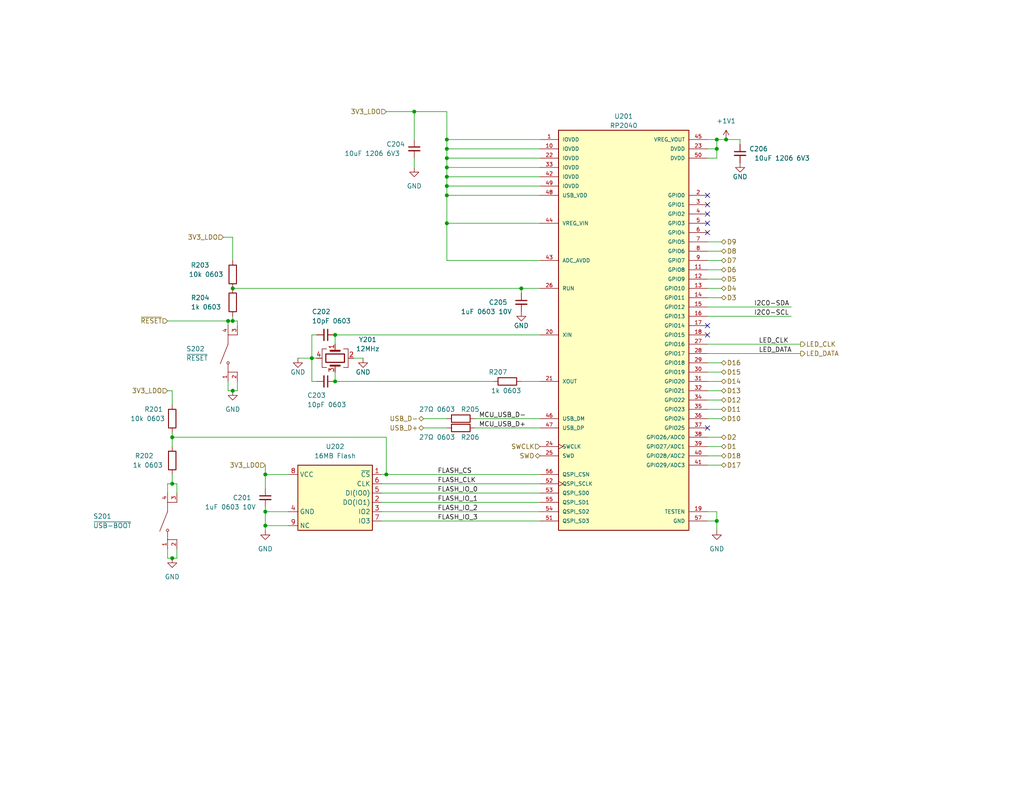
<source format=kicad_sch>
(kicad_sch (version 20230121) (generator eeschema)
  (paper "USLetter")
  (title_block (title "Raspberry Breadstick") (date "2024-02-10") (rev "1.0") (company "J & R Creative Technologies Inc.") (comment 1 "@RangenMichael") (comment 2 "https://twitter.com/RangenMichael") (comment 3 "Apache-2.0 License") (comment 4 "https://github.com/Breadstick-Innovations/Raspberry-Breadstick") (comment 5 "https://shop.breadstick.ca/"))
  (lib_symbols
    (symbol "Device:C_Small" (pin_numbers hide) (pin_names (offset 0.254) hide)
      (property "Reference" "C" (at 0.254 1.778 0))
      (property "Value" "C_Small" (at 0.254 -2.032 0))
      (symbol "C_Small_0_1"
        (polyline (pts (xy -1.524 -0.508) (xy 1.524 -0.508)) (stroke (width 0.3302)))
        (polyline (pts (xy -1.524 0.508) (xy 1.524 0.508)) (stroke (width 0.3048)))
      )
      (symbol "C_Small_1_1"
        (pin passive line (at 0 2.54 270) (length 2.032) (name "~") (number "1"))
        (pin passive line (at 0 -2.54 90) (length 2.032) (name "~") (number "2"))
      )
    )
    (symbol "Device:Crystal_GND24" (pin_names (offset 1.016) hide)
      (property "Reference" "Y" (at 3.175 5.08 0))
      (property "Value" "Crystal_GND24" (at 3.175 3.175 0))
      (symbol "Crystal_GND24_0_1"
        (rectangle (start -1.143 2.54) (end 1.143 -2.54) (stroke (width 0.3048)))
        (polyline (pts (xy -2.54 0) (xy -2.032 0)))
        (polyline (pts (xy -2.032 -1.27) (xy -2.032 1.27)) (stroke (width 0.508)))
        (polyline (pts (xy 0 -3.81) (xy 0 -3.556)))
        (polyline (pts (xy 0 3.556) (xy 0 3.81)))
        (polyline (pts (xy 2.032 -1.27) (xy 2.032 1.27)) (stroke (width 0.508)))
        (polyline (pts (xy 2.032 0) (xy 2.54 0)))
        (polyline (pts (xy -2.54 -2.286) (xy -2.54 -3.556) (xy 2.54 -3.556) (xy 2.54 -2.286)))
        (polyline (pts (xy -2.54 2.286) (xy -2.54 3.556) (xy 2.54 3.556) (xy 2.54 2.286)))
      )
      (symbol "Crystal_GND24_1_1"
        (pin passive line (at -3.81 0 0) (length 1.27) (name "1") (number "1"))
        (pin passive line (at 0 5.08 270) (length 1.27) (name "2") (number "2"))
        (pin passive line (at 3.81 0 180) (length 1.27) (name "3") (number "3"))
        (pin passive line (at 0 -5.08 90) (length 1.27) (name "4") (number "4"))
      )
    )
    (symbol "Device:R" (pin_numbers hide) (pin_names (offset 0))
      (property "Reference" "R" (at 2.032 0 90))
      (property "Value" "R" (at 0 0 90))
      (symbol "R_0_1"
        (rectangle (start -1.016 -2.54) (end 1.016 2.54) (stroke (width 0.254)))
      )
      (symbol "R_1_1"
        (pin passive line (at 0 3.81 270) (length 1.27) (name "~") (number "1"))
        (pin passive line (at 0 -3.81 90) (length 1.27) (name "~") (number "2"))
      )
    )
    (symbol "KMR731NGLFS:KMR731NGLFS" (pin_names (offset 1.016))
      (property "Reference" "S" (at -2.54 2.54 0))
      (property "Value" "KMR731NGLFS" (at -2.54 -6.35 0))
      (symbol "KMR731NGLFS_0_0"
        (polyline (pts (xy -2.54 0) (xy -5.08 0)) (stroke (width 0.1524)))
        (polyline (pts (xy -2.54 0) (xy 2.794 2.1336)) (stroke (width 0.1524)))
        (polyline (pts (xy 5.08 0) (xy 2.921 0)) (stroke (width 0.1524)))
        (circle (center 2.54 0) (radius 0.3302) (stroke (width 0.1524)))
        (pin passive line (at 7.62 0 180) (length 2.54) (name "~") (number "1"))
        (pin passive line (at 7.62 -2.54 180) (length 2.54) (name "~") (number "2"))
        (pin passive line (at -7.62 -2.54 0) (length 2.54) (name "~") (number "3"))
        (pin passive line (at -7.62 0 0) (length 2.54) (name "~") (number "4"))
      )
      (symbol "KMR731NGLFS_0_1"
        (polyline (pts (xy -5.08 -2.54) (xy -5.08 0)))
        (polyline (pts (xy 5.08 -2.54) (xy 5.08 0)))
      )
    )
    (symbol "RP2040_1" (pin_names (offset 1.016))
      (property "Reference" "U" (at -1.27 55.88 0))
      (property "Value" "RP2040_1" (at -3.81 53.34 0))
      (symbol "RP2040_1_0_0"
        (rectangle (start -17.78 53.34) (end 17.78 -55.88) (stroke (width 0.254)) (fill (type background)))
        (pin power_in line (at -22.86 50.8 0) (length 5.08) (name "IOVDD") (number "1"))
        (pin power_in line (at -22.86 48.26 0) (length 5.08) (name "IOVDD") (number "10"))
        (pin bidirectional line (at 22.86 15.24 180) (length 5.08) (name "GPIO8") (number "11"))
        (pin bidirectional line (at 22.86 12.7 180) (length 5.08) (name "GPIO9") (number "12"))
        (pin bidirectional line (at 22.86 10.16 180) (length 5.08) (name "GPIO10") (number "13"))
        (pin bidirectional line (at 22.86 7.62 180) (length 5.08) (name "GPIO11") (number "14"))
        (pin bidirectional line (at 22.86 5.08 180) (length 5.08) (name "GPIO12") (number "15"))
        (pin bidirectional line (at 22.86 2.54 180) (length 5.08) (name "GPIO13") (number "16"))
        (pin bidirectional line (at 22.86 0 180) (length 5.08) (name "GPIO14") (number "17"))
        (pin bidirectional line (at 22.86 -2.54 180) (length 5.08) (name "GPIO15") (number "18"))
        (pin passive line (at 22.86 -50.8 180) (length 5.08) (name "TESTEN") (number "19"))
        (pin bidirectional line (at 22.86 35.56 180) (length 5.08) (name "GPIO0") (number "2"))
        (pin input line (at -22.86 -2.54 0) (length 5.08) (name "XIN") (number "20"))
        (pin output line (at -22.86 -15.24 0) (length 5.08) (name "XOUT") (number "21"))
        (pin power_in line (at -22.86 45.72 0) (length 5.08) (name "IOVDD") (number "22"))
        (pin power_in line (at 22.86 48.26 180) (length 5.08) (name "DVDD") (number "23"))
        (pin input clock (at -22.86 -33.02 0) (length 5.08) (name "SWCLK") (number "24"))
        (pin bidirectional line (at -22.86 -35.56 0) (length 5.08) (name "SWD") (number "25"))
        (pin input line (at -22.86 10.16 0) (length 5.08) (name "RUN") (number "26"))
        (pin bidirectional line (at 22.86 -5.08 180) (length 5.08) (name "GPIO16") (number "27"))
        (pin bidirectional line (at 22.86 -7.62 180) (length 5.08) (name "GPIO17") (number "28"))
        (pin bidirectional line (at 22.86 -10.16 180) (length 5.08) (name "GPIO18") (number "29"))
        (pin bidirectional line (at 22.86 33.02 180) (length 5.08) (name "GPIO1") (number "3"))
        (pin bidirectional line (at 22.86 -12.7 180) (length 5.08) (name "GPIO19") (number "30"))
        (pin bidirectional line (at 22.86 -15.24 180) (length 5.08) (name "GPIO20") (number "31"))
        (pin bidirectional line (at 22.86 -17.78 180) (length 5.08) (name "GPIO21") (number "32"))
        (pin power_in line (at -22.86 43.18 0) (length 5.08) (name "IOVDD") (number "33"))
        (pin bidirectional line (at 22.86 -20.32 180) (length 5.08) (name "GPIO22") (number "34"))
        (pin bidirectional line (at 22.86 -22.86 180) (length 5.08) (name "GPIO23") (number "35"))
        (pin bidirectional line (at 22.86 -25.4 180) (length 5.08) (name "GPIO24") (number "36"))
        (pin bidirectional line (at 22.86 -27.94 180) (length 5.08) (name "GPIO25") (number "37"))
        (pin bidirectional line (at 22.86 -30.48 180) (length 5.08) (name "GPIO26/ADC0") (number "38"))
        (pin bidirectional line (at 22.86 -33.02 180) (length 5.08) (name "GPIO27/ADC1") (number "39"))
        (pin bidirectional line (at 22.86 30.48 180) (length 5.08) (name "GPIO2") (number "4"))
        (pin bidirectional line (at 22.86 -35.56 180) (length 5.08) (name "GPIO28/ADC2") (number "40"))
        (pin bidirectional line (at 22.86 -38.1 180) (length 5.08) (name "GPIO29/ADC3") (number "41"))
        (pin power_in line (at -22.86 40.64 0) (length 5.08) (name "IOVDD") (number "42"))
        (pin power_in line (at -22.86 17.78 0) (length 5.08) (name "ADC_AVDD") (number "43"))
        (pin input line (at -22.86 27.94 0) (length 5.08) (name "VREG_VIN") (number "44"))
        (pin output line (at 22.86 50.8 180) (length 5.08) (name "VREG_VOUT") (number "45"))
        (pin bidirectional line (at -22.86 -25.4 0) (length 5.08) (name "USB_DM") (number "46"))
        (pin bidirectional line (at -22.86 -27.94 0) (length 5.08) (name "USB_DP") (number "47"))
        (pin power_in line (at -22.86 35.56 0) (length 5.08) (name "USB_VDD") (number "48"))
        (pin power_in line (at -22.86 38.1 0) (length 5.08) (name "IOVDD") (number "49"))
        (pin bidirectional line (at 22.86 27.94 180) (length 5.08) (name "GPIO3") (number "5"))
        (pin power_in line (at 22.86 45.72 180) (length 5.08) (name "DVDD") (number "50"))
        (pin bidirectional line (at -22.86 -53.34 0) (length 5.08) (name "QSPI_SD3") (number "51"))
        (pin bidirectional clock (at -22.86 -43.18 0) (length 5.08) (name "QSPI_SCLK") (number "52"))
        (pin bidirectional line (at -22.86 -45.72 0) (length 5.08) (name "QSPI_SD0") (number "53"))
        (pin bidirectional line (at -22.86 -50.8 0) (length 5.08) (name "QSPI_SD2") (number "54"))
        (pin bidirectional line (at -22.86 -48.26 0) (length 5.08) (name "QSPI_SD1") (number "55"))
        (pin bidirectional line (at -22.86 -40.64 0) (length 5.08) (name "QSPI_CSN") (number "56"))
        (pin power_in line (at 22.86 -53.34 180) (length 5.08) (name "GND") (number "57"))
        (pin bidirectional line (at 22.86 25.4 180) (length 5.08) (name "GPIO4") (number "6"))
        (pin bidirectional line (at 22.86 22.86 180) (length 5.08) (name "GPIO5") (number "7"))
        (pin bidirectional line (at 22.86 20.32 180) (length 5.08) (name "GPIO6") (number "8"))
        (pin bidirectional line (at 22.86 17.78 180) (length 5.08) (name "GPIO7") (number "9"))
      )
    )
    (symbol "W25Q128JVS_1"
      (property "Reference" "U" (at -8.89 8.89 0))
      (property "Value" "W25Q128JVS_1" (at 7.62 8.89 0))
      (symbol "W25Q128JVS_1_0_1"
        (rectangle (start -8.89 8.89) (end 11.43 -8.89) (stroke (width 0.254)) (fill (type background)))
      )
      (symbol "W25Q128JVS_1_1_1"
        (pin input line (at 13.97 6.35 180) (length 2.54) (name "~{CS}") (number "1"))
        (pin bidirectional line (at 13.97 -1.27 180) (length 2.54) (name "DO(IO1)") (number "2"))
        (pin bidirectional line (at 13.97 -3.81 180) (length 2.54) (name "IO2") (number "3"))
        (pin power_in line (at -11.43 -3.81 0) (length 2.54) (name "GND") (number "4"))
        (pin bidirectional line (at 13.97 1.27 180) (length 2.54) (name "DI(IO0)") (number "5"))
        (pin input line (at 13.97 3.81 180) (length 2.54) (name "CLK") (number "6"))
        (pin bidirectional line (at 13.97 -6.35 180) (length 2.54) (name "IO3") (number "7"))
        (pin power_in line (at -11.43 6.35 0) (length 2.54) (name "VCC") (number "8"))
        (pin input line (at -11.43 -7.62 0) (length 2.54) (name "NC") (number "9"))
      )
    )
    (symbol "power:+1V1" (power) (pin_names (offset 0))
      (property "Value" "+1V1" (at 0 3.556 0))
      (symbol "+1V1_0_1"
        (polyline (pts (xy -0.762 1.27) (xy 0 2.54)))
        (polyline (pts (xy 0 0) (xy 0 2.54)))
        (polyline (pts (xy 0 2.54) (xy 0.762 1.27)))
      )
      (symbol "+1V1_1_1"
        (pin power_in line (at 0 0 90) (length 0) hide (name "+1V1") (number "1"))
      )
    )
    (symbol "power:GND" (power) (pin_names (offset 0))
      (property "Value" "GND" (at 0 -3.81 0))
      (symbol "GND_0_1"
        (polyline (pts (xy 0 0) (xy 0 -1.27) (xy 1.27 -1.27) (xy 0 -2.54) (xy -1.27 -1.27) (xy 0 -1.27)))
      )
      (symbol "GND_1_1"
        (pin power_in line (at 0 0 270) (length 0) hide (name "GND") (number "1"))
      )
    )
  )
  (junction (at 63.5 87.63))
  (junction (at 63.5 106.68))
  (junction (at 195.58 142.24))
  (junction (at 85.09 97.79))
  (junction (at 91.44 104.14))
  (junction (at 46.99 119.38))
  (junction (at 121.92 43.18))
  (junction (at 121.92 48.26))
  (junction (at 91.44 91.44))
  (junction (at 195.58 38.1))
  (junction (at 63.5 78.74))
  (junction (at 121.92 53.34))
  (junction (at 62.23 87.63))
  (junction (at 72.39 139.7))
  (junction (at 72.39 129.54))
  (junction (at 72.39 143.51))
  (junction (at 121.92 50.8))
  (junction (at 121.92 60.96))
  (junction (at 105.41 129.54))
  (junction (at 198.12 38.1))
  (junction (at 46.99 152.4))
  (junction (at 142.24 78.74))
  (junction (at 121.92 38.1))
  (junction (at 121.92 45.72))
  (junction (at 46.99 132.08))
  (junction (at 113.03 30.48))
  (junction (at 195.58 40.64))
  (junction (at 121.92 40.64))
  (no_connect (at 193.04 91.44))
  (no_connect (at 193.04 63.5))
  (no_connect (at 193.04 55.88))
  (no_connect (at 193.04 88.9))
  (no_connect (at 193.04 60.96))
  (no_connect (at 193.04 53.34))
  (no_connect (at 193.04 58.42))
  (no_connect (at 193.04 116.84))
  (wire (pts (xy 121.92 71.12) (xy 121.92 60.96)))
  (wire (pts (xy 45.72 106.68) (xy 46.99 106.68)))
  (wire (pts (xy 63.5 86.36) (xy 63.5 87.63)))
  (wire (pts (xy 193.04 66.04) (xy 196.85 66.04)))
  (wire (pts (xy 121.92 53.34) (xy 121.92 50.8)))
  (wire (pts (xy 46.99 119.38) (xy 46.99 121.92)))
  (wire (pts (xy 121.92 38.1) (xy 147.32 38.1)))
  (wire (pts (xy 121.92 40.64) (xy 121.92 38.1)))
  (wire (pts (xy 121.92 43.18) (xy 121.92 40.64)))
  (wire (pts (xy 62.23 106.68) (xy 63.5 106.68)))
  (wire (pts (xy 64.77 88.9) (xy 64.77 87.63)))
  (wire (pts (xy 193.04 76.2) (xy 196.85 76.2)))
  (wire (pts (xy 195.58 40.64) (xy 195.58 38.1)))
  (wire (pts (xy 193.04 68.58) (xy 196.85 68.58)))
  (wire (pts (xy 45.72 149.86) (xy 45.72 152.4)))
  (wire (pts (xy 147.32 114.3) (xy 129.54 114.3)))
  (wire (pts (xy 104.14 139.7) (xy 147.32 139.7)))
  (wire (pts (xy 121.92 71.12) (xy 147.32 71.12)))
  (wire (pts (xy 121.92 48.26) (xy 147.32 48.26)))
  (wire (pts (xy 121.92 50.8) (xy 147.32 50.8)))
  (wire (pts (xy 104.14 142.24) (xy 147.32 142.24)))
  (wire (pts (xy 113.03 30.48) (xy 105.41 30.48)))
  (wire (pts (xy 195.58 139.7) (xy 195.58 142.24)))
  (wire (pts (xy 105.41 129.54) (xy 147.32 129.54)))
  (wire (pts (xy 121.92 43.18) (xy 147.32 43.18)))
  (wire (pts (xy 121.92 116.84) (xy 115.57 116.84)))
  (wire (pts (xy 193.04 73.66) (xy 196.85 73.66)))
  (wire (pts (xy 85.09 104.14) (xy 86.36 104.14)))
  (wire (pts (xy 48.26 149.86) (xy 48.26 152.4)))
  (wire (pts (xy 63.5 78.74) (xy 142.24 78.74)))
  (wire (pts (xy 48.26 152.4) (xy 46.99 152.4)))
  (wire (pts (xy 86.36 91.44) (xy 85.09 91.44)))
  (wire (pts (xy 193.04 121.92) (xy 196.85 121.92)))
  (wire (pts (xy 48.26 134.62) (xy 48.26 132.08)))
  (wire (pts (xy 45.72 132.08) (xy 46.99 132.08)))
  (wire (pts (xy 63.5 71.12) (xy 63.5 64.77)))
  (wire (pts (xy 46.99 119.38) (xy 105.41 119.38)))
  (wire (pts (xy 193.04 43.18) (xy 195.58 43.18)))
  (wire (pts (xy 63.5 64.77) (xy 60.96 64.77)))
  (wire (pts (xy 72.39 133.35) (xy 72.39 129.54)))
  (wire (pts (xy 113.03 43.18) (xy 113.03 45.72)))
  (wire (pts (xy 193.04 101.6) (xy 196.85 101.6)))
  (wire (pts (xy 201.93 38.1) (xy 201.93 39.37)))
  (wire (pts (xy 91.44 91.44) (xy 147.32 91.44)))
  (wire (pts (xy 91.44 91.44) (xy 91.44 93.98)))
  (wire (pts (xy 193.04 83.82) (xy 215.9 83.82)))
  (wire (pts (xy 198.12 38.1) (xy 201.93 38.1)))
  (wire (pts (xy 104.14 129.54) (xy 105.41 129.54)))
  (wire (pts (xy 196.85 78.74) (xy 193.04 78.74)))
  (wire (pts (xy 46.99 132.08) (xy 48.26 132.08)))
  (wire (pts (xy 121.92 60.96) (xy 121.92 53.34)))
  (wire (pts (xy 193.04 99.06) (xy 196.85 99.06)))
  (wire (pts (xy 72.39 139.7) (xy 72.39 143.51)))
  (wire (pts (xy 193.04 71.12) (xy 196.85 71.12)))
  (wire (pts (xy 72.39 127) (xy 72.39 129.54)))
  (wire (pts (xy 193.04 104.14) (xy 196.85 104.14)))
  (wire (pts (xy 105.41 119.38) (xy 105.41 129.54)))
  (wire (pts (xy 195.58 43.18) (xy 195.58 40.64)))
  (wire (pts (xy 142.24 104.14) (xy 147.32 104.14)))
  (wire (pts (xy 121.92 30.48) (xy 113.03 30.48)))
  (wire (pts (xy 195.58 142.24) (xy 195.58 144.78)))
  (wire (pts (xy 86.36 97.79) (xy 85.09 97.79)))
  (wire (pts (xy 46.99 118.11) (xy 46.99 119.38)))
  (wire (pts (xy 193.04 40.64) (xy 195.58 40.64)))
  (wire (pts (xy 104.14 134.62) (xy 147.32 134.62)))
  (wire (pts (xy 121.92 60.96) (xy 147.32 60.96)))
  (wire (pts (xy 193.04 142.24) (xy 195.58 142.24)))
  (wire (pts (xy 193.04 124.46) (xy 196.85 124.46)))
  (wire (pts (xy 72.39 143.51) (xy 72.39 144.78)))
  (wire (pts (xy 72.39 138.43) (xy 72.39 139.7)))
  (wire (pts (xy 196.85 119.38) (xy 193.04 119.38)))
  (wire (pts (xy 46.99 106.68) (xy 46.99 110.49)))
  (wire (pts (xy 104.14 137.16) (xy 147.32 137.16)))
  (wire (pts (xy 193.04 109.22) (xy 196.85 109.22)))
  (wire (pts (xy 121.92 53.34) (xy 147.32 53.34)))
  (wire (pts (xy 62.23 104.14) (xy 62.23 106.68)))
  (wire (pts (xy 81.28 97.79) (xy 85.09 97.79)))
  (wire (pts (xy 193.04 114.3) (xy 196.85 114.3)))
  (wire (pts (xy 193.04 106.68) (xy 196.85 106.68)))
  (wire (pts (xy 113.03 30.48) (xy 113.03 38.1)))
  (wire (pts (xy 45.72 87.63) (xy 62.23 87.63)))
  (wire (pts (xy 72.39 143.51) (xy 78.74 143.51)))
  (wire (pts (xy 193.04 139.7) (xy 195.58 139.7)))
  (wire (pts (xy 142.24 80.01) (xy 142.24 78.74)))
  (wire (pts (xy 193.04 81.28) (xy 196.85 81.28)))
  (wire (pts (xy 63.5 87.63) (xy 62.23 87.63)))
  (wire (pts (xy 121.92 38.1) (xy 121.92 30.48)))
  (wire (pts (xy 121.92 40.64) (xy 147.32 40.64)))
  (wire (pts (xy 193.04 86.36) (xy 215.9 86.36)))
  (wire (pts (xy 64.77 87.63) (xy 63.5 87.63)))
  (wire (pts (xy 193.04 38.1) (xy 195.58 38.1)))
  (wire (pts (xy 62.23 88.9) (xy 62.23 87.63)))
  (wire (pts (xy 193.04 96.52) (xy 218.44 96.52)))
  (wire (pts (xy 193.04 111.76) (xy 196.85 111.76)))
  (wire (pts (xy 121.92 45.72) (xy 147.32 45.72)))
  (wire (pts (xy 46.99 129.54) (xy 46.99 132.08)))
  (wire (pts (xy 193.04 93.98) (xy 218.44 93.98)))
  (wire (pts (xy 193.04 127) (xy 196.85 127)))
  (wire (pts (xy 121.92 114.3) (xy 115.57 114.3)))
  (wire (pts (xy 142.24 78.74) (xy 147.32 78.74)))
  (wire (pts (xy 85.09 97.79) (xy 85.09 104.14)))
  (wire (pts (xy 147.32 116.84) (xy 129.54 116.84)))
  (wire (pts (xy 45.72 134.62) (xy 45.72 132.08)))
  (wire (pts (xy 195.58 38.1) (xy 198.12 38.1)))
  (wire (pts (xy 121.92 45.72) (xy 121.92 43.18)))
  (wire (pts (xy 121.92 50.8) (xy 121.92 48.26)))
  (wire (pts (xy 96.52 97.79) (xy 99.06 97.79)))
  (wire (pts (xy 64.77 106.68) (xy 63.5 106.68)))
  (wire (pts (xy 72.39 139.7) (xy 78.74 139.7)))
  (wire (pts (xy 121.92 48.26) (xy 121.92 45.72)))
  (wire (pts (xy 72.39 129.54) (xy 78.74 129.54)))
  (wire (pts (xy 85.09 91.44) (xy 85.09 97.79)))
  (wire (pts (xy 91.44 104.14) (xy 134.62 104.14)))
  (wire (pts (xy 91.44 101.6) (xy 91.44 104.14)))
  (wire (pts (xy 45.72 152.4) (xy 46.99 152.4)))
  (wire (pts (xy 104.14 132.08) (xy 147.32 132.08)))
  (wire (pts (xy 64.77 104.14) (xy 64.77 106.68)))
  (label "MCU_USB_D+" (at 143.51 116.84 180))
  (label "FLASH_IO_1" (at 119.38 137.16 0))
  (label "MCU_USB_D-" (at 143.51 114.3 180))
  (label "FLASH_CS" (at 119.38 129.54 0))
  (label "FLASH_IO_2" (at 119.38 139.7 0))
  (label "I2C0-SCL" (at 205.74 86.36 0))
  (label "I2C0-SDA" (at 205.74 83.82 0))
  (label "FLASH_CLK" (at 119.38 132.08 0))
  (label "FLASH_IO_0" (at 119.38 134.62 0))
  (label "FLASH_IO_3" (at 119.38 142.24 0))
  (label "LED_DATA" (at 207.01 96.52 0))
  (label "LED_CLK" (at 207.01 93.98 0))
  (hierarchical_label "3V3_LDO" (shape input) (at 45.72 106.68 180))
  (hierarchical_label "D5" (shape tri_state) (at 196.85 76.2 0))
  (hierarchical_label "D14" (shape tri_state) (at 196.85 104.14 0))
  (hierarchical_label "LED_DATA" (shape output) (at 218.44 96.52 0))
  (hierarchical_label "~{RESET}" (shape input) (at 45.72 87.63 180))
  (hierarchical_label "D15" (shape tri_state) (at 196.85 101.6 0))
  (hierarchical_label "SWCLK" (shape input) (at 147.32 121.92 180))
  (hierarchical_label "3V3_LDO" (shape input) (at 72.39 127 180))
  (hierarchical_label "3V3_LDO" (shape input) (at 105.41 30.48 180))
  (hierarchical_label "D8" (shape tri_state) (at 196.85 68.58 0))
  (hierarchical_label "D2" (shape tri_state) (at 196.85 119.38 0))
  (hierarchical_label "D9" (shape tri_state) (at 196.85 66.04 0))
  (hierarchical_label "USB_D-" (shape bidirectional) (at 115.57 114.3 180))
  (hierarchical_label "D4" (shape tri_state) (at 196.85 78.74 0))
  (hierarchical_label "D16" (shape tri_state) (at 196.85 99.06 0))
  (hierarchical_label "D18" (shape tri_state) (at 196.85 124.46 0))
  (hierarchical_label "USB_D+" (shape bidirectional) (at 115.57 116.84 180))
  (hierarchical_label "D6" (shape tri_state) (at 196.85 73.66 0))
  (hierarchical_label "D10" (shape tri_state) (at 196.85 114.3 0))
  (hierarchical_label "D7" (shape tri_state) (at 196.85 71.12 0))
  (hierarchical_label "D13" (shape tri_state) (at 196.85 106.68 0))
  (hierarchical_label "D12" (shape tri_state) (at 196.85 109.22 0))
  (hierarchical_label "D1" (shape tri_state) (at 196.85 121.92 0))
  (hierarchical_label "3V3_LDO" (shape input) (at 60.96 64.77 180))
  (hierarchical_label "D17" (shape tri_state) (at 196.85 127 0))
  (hierarchical_label "D3" (shape tri_state) (at 196.85 81.28 0))
  (hierarchical_label "SWD" (shape bidirectional) (at 147.32 124.46 180))
  (hierarchical_label "D11" (shape tri_state) (at 196.85 111.76 0))
  (hierarchical_label "LED_CLK" (shape output) (at 218.44 93.98 0))
  (symbol (lib_id "Device:R") (at 125.73 114.3 270) (unit 1)
    (property "Reference" "R205" (at 125.73 111.76 90) (effects (justify left)))
    (property "Value" "27Ω 0603" (at 114.3 111.76 90) (effects (justify left)))
    (property "Footprint" "Resistor_SMD:R_0603_1608Metric" (effects hide))
    (property "Digikey" "311-27GRCT-ND" (effects hide))
    (property "Manufacturer" "YAGEO" (effects hide))
    (property "Manufacturer_Part_Number" "RC0603JR-0727RL" (effects hide))
    (property "Mouser" "603-RC0603JR-0727RL" (effects hide))
    (property "Package" "0603" (effects hide))
  )
  (symbol (lib_id "power:GND") (at 113.03 45.72 0) (unit 1)
    (property "Reference" "#PWR0206" (effects hide))
    (property "Value" "GND" (at 113.03 50.8 0))
  )
  (symbol (lib_id "KMR731NGLFS:KMR731NGLFS") (at 45.72 142.24 90) (mirror x) (unit 1)
    (property "Reference" "S201" (at 25.4 140.9701 90) (effects (justify right)))
    (property "Value" "~{USB-BOOT}" (at 25.4 143.51 90) (effects (justify right)))
    (property "Footprint" "KMR731NGLFS:SW_KMR731NGLFS" (effects hide))
    (property "MF" "C&K" (effects hide))
    (property "MAXIMUM_PACKAGE_HEIGHT" "2.5 mm" (effects hide))
    (property "Package" "4.20mm x 2.80mm" (effects hide))
    (property "Check_prices" "https://www.snapeda.com/parts/KMR731NGLFS/C%2526K/view-part/?ref=eda" (effects hide))
    (property "STANDARD" "Manufacturer Recommendations" (effects hide))
    (property "PARTREV" "N/A" (effects hide))
    (property "SnapEDA_Link" "https://www.snapeda.com/parts/KMR731NGLFS/C%2526K/view-part/?ref=snap" (effects hide))
    (property "MP" "KMR731NGLFS" (effects hide))
    (property "Purchase-URL" "https://www.snapeda.com/api/url_track_click_mouser/?unipart_id=700258&manufacturer=C&amp;K&part_name=KMR731NGLFS&search_term=None" (effects hide))
    (property "Description" "\nTactile Switch SPST-NO Top Actuated Surface Mount\n" (effects hide))
    (property "MANUFACTURER" "C&K" (effects hide))
    (property "Digikey" "CKN10687CT-ND" (effects hide))
    (property "Manufacturer_Part_Number" "KMR731NG LFS" (effects hide))
    (property "Manufacturer" "C&K" (effects hide))
    (property "Mouser" "611-KMR731NGLFS" (effects hide))
  )
  (symbol (lib_id "power:GND") (at 63.5 106.68 0) (unit 1)
    (property "Reference" "#PWR0202" (effects hide))
    (property "Value" "GND" (at 63.5 111.76 0))
  )
  (symbol (lib_id "power:GND") (at 72.39 144.78 0) (mirror y) (unit 1)
    (property "Reference" "#PWR0203" (effects hide))
    (property "Value" "GND" (at 72.39 149.86 0))
  )
  (symbol (lib_id "power:GND") (at 201.93 44.45 0) (mirror y) (unit 1)
    (property "Reference" "#PWR0210" (effects hide))
    (property "Value" "GND" (at 201.93 48.26 0))
  )
  (symbol (lib_id "Device:C_Small") (at 113.03 40.64 0) (unit 1)
    (property "Reference" "C204" (at 105.41 39.37 0) (effects (justify left)))
    (property "Value" "10uF 1206 6V3" (at 93.98 41.91 0) (effects (justify left)))
    (property "Footprint" "Capacitor_SMD:C_1206_3216Metric" (effects hide))
    (property "Digikey" "1276-3107-1-ND" (effects hide))
    (property "Manufacturer" "Samsung Electro-Mechanics" (effects hide))
    (property "Manufacturer_Part_Number" "CL31B106KQHNFNE" (effects hide))
    (property "Mouser" "187-CL31B106KQHNFNE" (effects hide))
    (property "Package" "1206" (effects hide))
  )
  (symbol (lib_id "power:GND") (at 195.58 144.78 0) (unit 1)
    (property "Reference" "#PWR0208" (effects hide))
    (property "Value" "GND" (at 195.58 149.86 0))
  )
  (symbol (lib_id "KMR731NGLFS:KMR731NGLFS") (at 62.23 96.52 90) (mirror x) (unit 1)
    (property "Reference" "S202" (at 50.8 95.2501 90) (effects (justify right)))
    (property "Value" "~{RESET}" (at 50.8 97.79 90) (effects (justify right)))
    (property "Footprint" "KMR731NGLFS:SW_KMR731NGLFS" (effects hide))
    (property "MF" "C&K" (effects hide))
    (property "MAXIMUM_PACKAGE_HEIGHT" "2.5 mm" (effects hide))
    (property "Package" "4.20mm x 2.80mm" (effects hide))
    (property "Check_prices" "https://www.snapeda.com/parts/KMR731NGLFS/C%2526K/view-part/?ref=eda" (effects hide))
    (property "STANDARD" "Manufacturer Recommendations" (effects hide))
    (property "PARTREV" "N/A" (effects hide))
    (property "SnapEDA_Link" "https://www.snapeda.com/parts/KMR731NGLFS/C%2526K/view-part/?ref=snap" (effects hide))
    (property "MP" "KMR731NGLFS" (effects hide))
    (property "Purchase-URL" "https://www.snapeda.com/api/url_track_click_mouser/?unipart_id=700258&manufacturer=C&amp;K&part_name=KMR731NGLFS&search_term=None" (effects hide))
    (property "Description" "\nTactile Switch SPST-NO Top Actuated Surface Mount\n" (effects hide))
    (property "MANUFACTURER" "C&K" (effects hide))
    (property "Digikey" "CKN10687TR-ND" (effects hide))
    (property "Manufacturer_Part_Number" "KMR731NG LFS" (effects hide))
    (property "Manufacturer" "C&K" (effects hide))
    (property "Mouser" "611-KMR731NGLFS" (effects hide))
  )
  (symbol (lib_name "RP2040_1") (lib_id "RP2040:RP2040") (at 170.18 88.9 0) (unit 1)
    (property "Reference" "U201" (at 170.18 31.75 0))
    (property "Value" "RP2040" (at 170.18 34.29 0))
    (property "Footprint" "RP2040:QFN40P700X700X90-57N" (effects hide))
    (property "MAXIMUM_PACKAGE_HEIGHT" "0.9 mm" (effects hide))
    (property "MANUFACTURER" "Raspberry Pi" (effects hide))
    (property "PARTREV" "1.6.1" (effects hide))
    (property "STANDARD" "IPC 7351B" (effects hide))
    (property "JLCPCB P/N" "C2040" (effects hide))
    (property "Digikey" "2648-SC0914(7)TR-ND" (effects hide))
    (property "Manufacturer" "Raspberry Pi" (effects hide))
    (property "Manufacturer_Part_Number" "SC0914(7)" (effects hide))
    (property "Mouser" "358-SC09147" (effects hide))
    (property "Package" "56-QFN (7x7)" (effects hide))
    (property "LCSC" "C2040" (effects hide))
  )
  (symbol (lib_id "power:GND") (at 142.24 85.09 0) (unit 1)
    (property "Reference" "#PWR0207" (effects hide))
    (property "Value" "GND" (at 142.24 88.9 0))
  )
  (symbol (lib_id "power:GND") (at 99.06 97.79 0) (unit 1)
    (property "Reference" "#PWR0205" (effects hide))
    (property "Value" "GND" (at 99.06 101.6 0))
  )
  (symbol (lib_id "Device:C_Small") (at 88.9 91.44 270) (unit 1)
    (property "Reference" "C202" (at 85.09 85.09 90) (effects (justify left)))
    (property "Value" "10pF 0603" (at 85.09 87.63 90) (effects (justify left)))
    (property "Footprint" "Capacitor_SMD:C_0603_1608Metric" (effects hide))
    (property "Digikey" "1292-1471-1-ND" (effects hide))
    (property "Manufacturer" "Walsin Technology Corporation" (effects hide))
    (property "Manufacturer_Part_Number" "0603N100J500CT" (effects hide))
    (property "Mouser" "791-0603N100J500CT" (effects hide))
    (property "Package" "0603" (effects hide))
  )
  (symbol (lib_id "Device:R") (at 138.43 104.14 90) (mirror x) (unit 1)
    (property "Reference" "R207" (at 138.43 101.6 90) (effects (justify left)))
    (property "Value" "1k 0603" (at 142.24 106.68 90) (effects (justify left)))
    (property "Footprint" "Resistor_SMD:R_0603_1608Metric" (effects hide))
    (property "Digikey" "311-1.00KHRCT-ND" (effects hide))
    (property "Manufacturer" "YAGEO" (effects hide))
    (property "Manufacturer_Part_Number" "RC0603FR-071KL" (effects hide))
    (property "Mouser" "603-RC0603FR-071KL" (effects hide))
    (property "Package" "0603" (effects hide))
  )
  (symbol (lib_id "Device:Crystal_GND24") (at 91.44 97.79 270) (unit 1)
    (property "Reference" "Y201" (at 100.33 92.71 90))
    (property "Value" "12MHz" (at 100.33 95.25 90))
    (property "Footprint" "ECS-120-10-36Q-ES-TR:XTAL_ECS-120-10-36Q-ES-TR" (effects hide))
    (property "Digikey" "XC2180CT-ND" (effects hide))
    (property "Manufacturer" "ECS Inc." (effects hide))
    (property "Package" "4-SMD, No Lead (2.50mm x 2.00mm)" (effects hide))
    (property "Manufacturer_Part_Number" "ECS-120-10-36Q-ES-TR" (effects hide))
    (property "Mouser" "520-120-10-36Q-EST" (effects hide))
  )
  (symbol (lib_id "power:GND") (at 46.99 152.4 0) (unit 1)
    (property "Reference" "#PWR0201" (effects hide))
    (property "Value" "GND" (at 46.99 157.48 0))
  )
  (symbol (lib_id "Device:R") (at 46.99 125.73 180) (unit 1)
    (property "Reference" "R202" (at 41.91 124.46 0) (effects (justify left)))
    (property "Value" "1k 0603" (at 44.45 127 0) (effects (justify left)))
    (property "Footprint" "Resistor_SMD:R_0603_1608Metric" (effects hide))
    (property "Digikey" "311-1.00KHRCT-ND" (effects hide))
    (property "Manufacturer" "YAGEO" (effects hide))
    (property "Manufacturer_Part_Number" "RC0603FR-071KL" (effects hide))
    (property "Mouser" "603-RC0603FR-071KL" (effects hide))
    (property "Package" "0603" (effects hide))
  )
  (symbol (lib_id "Device:R") (at 125.73 116.84 270) (mirror x) (unit 1)
    (property "Reference" "R206" (at 125.73 119.38 90) (effects (justify left)))
    (property "Value" "27Ω 0603" (at 114.3 119.38 90) (effects (justify left)))
    (property "Footprint" "Resistor_SMD:R_0603_1608Metric" (effects hide))
    (property "Digikey" "311-27GRCT-ND" (effects hide))
    (property "Manufacturer" "YAGEO" (effects hide))
    (property "Manufacturer_Part_Number" "RC0603JR-0727RL" (effects hide))
    (property "Mouser" "603-RC0603JR-0727RL" (effects hide))
    (property "Package" "0603" (effects hide))
  )
  (symbol (lib_id "Device:R") (at 63.5 74.93 0) (mirror y) (unit 1)
    (property "Reference" "R203" (at 57.15 72.39 0) (effects (justify left)))
    (property "Value" "10k 0603" (at 60.96 74.93 0) (effects (justify left)))
    (property "Footprint" "Resistor_SMD:R_0603_1608Metric" (effects hide))
    (property "Digikey" "311-10.0KHRCT-ND" (effects hide))
    (property "Manufacturer" "YAGEO" (effects hide))
    (property "Manufacturer_Part_Number" "RC0603FR-0710KL" (effects hide))
    (property "Mouser" "603-RC0603FR-0710KL" (effects hide))
    (property "Package" "0603" (effects hide))
  )
  (symbol (lib_id "power:GND") (at 81.28 97.79 0) (unit 1)
    (property "Reference" "#PWR0204" (effects hide))
    (property "Value" "GND" (at 81.28 101.6 0))
  )
  (symbol (lib_id "Device:C_Small") (at 88.9 104.14 270) (mirror x) (unit 1)
    (property "Reference" "C203" (at 83.82 107.95 90) (effects (justify left)))
    (property "Value" "10pF 0603" (at 83.82 110.49 90) (effects (justify left)))
    (property "Footprint" "Capacitor_SMD:C_0603_1608Metric" (effects hide))
    (property "Digikey" "1292-1471-1-ND" (effects hide))
    (property "Manufacturer" "Walsin Technology Corporation" (effects hide))
    (property "Manufacturer_Part_Number" "0603N100J500CT" (effects hide))
    (property "Mouser" "791-0603N100J500CT" (effects hide))
    (property "Package" "0603" (effects hide))
  )
  (symbol (lib_id "Device:C_Small") (at 201.93 41.91 0) (mirror y) (unit 1)
    (property "Reference" "C206" (at 209.55 40.64 0) (effects (justify left)))
    (property "Value" "10uF 1206 6V3" (at 220.98 43.18 0) (effects (justify left)))
    (property "Footprint" "Capacitor_SMD:C_1206_3216Metric" (effects hide))
    (property "Digikey" "1276-3107-1-ND" (effects hide))
    (property "Manufacturer" "Samsung Electro-Mechanics" (effects hide))
    (property "Manufacturer_Part_Number" "CL31B106KQHNFNE" (effects hide))
    (property "Mouser" "187-CL31B106KQHNFNE" (effects hide))
    (property "Package" "1206" (effects hide))
  )
  (symbol (lib_id "Device:R") (at 46.99 114.3 0) (unit 1)
    (property "Reference" "R201" (at 39.37 111.76 0) (effects (justify left)))
    (property "Value" "10k 0603" (at 35.56 114.3 0) (effects (justify left)))
    (property "Footprint" "Resistor_SMD:R_0603_1608Metric" (effects hide))
    (property "Digikey" "311-10.0KHRCT-ND" (effects hide))
    (property "Manufacturer" "YAGEO" (effects hide))
    (property "Manufacturer_Part_Number" "RC0603FR-0710KL" (effects hide))
    (property "Mouser" "603-RC0603FR-0710KL" (effects hide))
    (property "Package" "0603" (effects hide))
  )
  (symbol (lib_id "Device:R") (at 63.5 82.55 0) (mirror x) (unit 1)
    (property "Reference" "R204" (at 52.07 81.28 0) (effects (justify left)))
    (property "Value" "1k 0603" (at 52.07 83.82 0) (effects (justify left)))
    (property "Footprint" "Resistor_SMD:R_0603_1608Metric" (effects hide))
    (property "Digikey" "311-1.00KHRCT-ND" (effects hide))
    (property "Manufacturer" "YAGEO" (effects hide))
    (property "Manufacturer_Part_Number" "RC0603FR-071KL" (effects hide))
    (property "Mouser" "603-RC0603FR-071KL" (effects hide))
    (property "Package" "0603" (effects hide))
  )
  (symbol (lib_id "Device:C_Small") (at 72.39 135.89 0) (unit 1)
    (property "Reference" "C201" (at 63.5 135.89 0) (effects (justify left)))
    (property "Value" "1uF 0603 10V" (at 55.88 138.43 0) (effects (justify left)))
    (property "Footprint" "Capacitor_SMD:C_0603_1608Metric" (effects hide))
    (property "Digikey" "1276-1076-6-ND" (effects hide))
    (property "Manufacturer" "Samsung Electro-Mechanics" (effects hide))
    (property "Manufacturer_Part_Number" "CL05A105KP5NNNC" (effects hide))
    (property "Mouser" "187-CL05A105KP5NNNC" (effects hide))
    (property "Package" "0603" (effects hide))
  )
  (symbol (lib_id "Device:C_Small") (at 142.24 82.55 0) (unit 1)
    (property "Reference" "C205" (at 133.35 82.55 0) (effects (justify left)))
    (property "Value" "1uF 0603 10V" (at 125.73 85.09 0) (effects (justify left)))
    (property "Footprint" "Capacitor_SMD:C_0603_1608Metric" (effects hide))
    (property "Digikey" "1276-1076-6-ND" (effects hide))
    (property "Manufacturer" "Samsung Electro-Mechanics" (effects hide))
    (property "Manufacturer_Part_Number" "CL05A105KP5NNNC" (effects hide))
    (property "Mouser" "187-CL05A105KP5NNNC" (effects hide))
    (property "Package" "0603" (effects hide))
  )
  (symbol (lib_name "W25Q128JVS_1") (lib_id "Memory_Flash:W25Q128JVS") (at 90.17 135.89 0) (unit 1)
    (property "Reference" "U202" (at 91.44 121.92 0))
    (property "Value" "16MB Flash" (at 91.44 124.46 0))
    (property "Footprint" "W25Q128JVPIQ-TR:W25Q128JVPIQ-TR" (effects hide))
    (property "Datasheet" "http://www.winbond.com/resource-files/w25q128jv_dtr%20revc%2003272018%20plus.pdf" (effects hide))
    (property "Digikey" "W25Q128JVPIQDKR-ND" (effects hide))
    (property "Manufacturer" "Winbond Electronics" (effects hide))
    (property "Manufacturer_Part_Number" "W25Q128JVPIQ TR" (effects hide))
    (property "Package" "8-WSON (6x5)" (effects hide))
    (property "Mouser" "454-W25Q128JVPIQTR" (effects hide))
  )
  (symbol (lib_id "power:+1V1") (at 198.12 38.1 0) (mirror y) (unit 1)
    (property "Reference" "#PWR0209" (effects hide))
    (property "Value" "+1V1" (at 198.12 33.02 0))
  )
)
</source>
